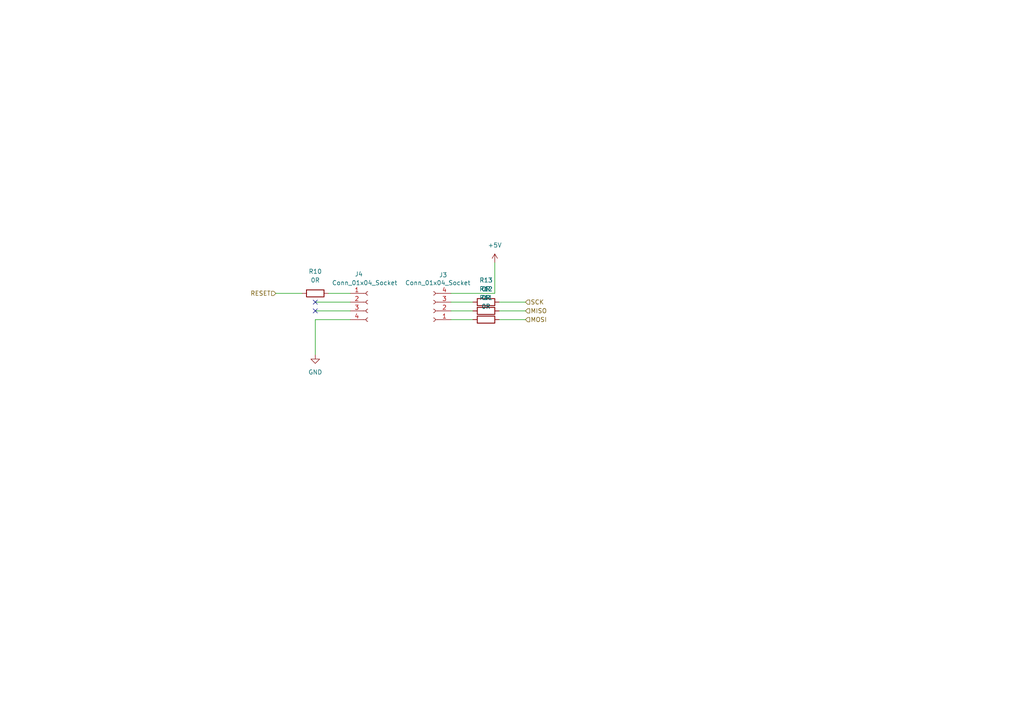
<source format=kicad_sch>
(kicad_sch (version 20231120) (generator "eeschema") (generator_version "8.0")
  (paper "A4")
  (lib_symbols
    (symbol "Connector:Conn_01x04_Socket" (pin_names (offset 1.016) hide)
      (property "Reference" "J" (at 0 5.08 0))
      (property "Value" "Conn_01x04_Socket" (at 0 -7.62 0))
      (symbol "Conn_01x04_Socket_1_1"
        (arc (start 0 -4.572) (mid -0.5058 -5.08) (end 0 -5.588) (stroke (width 0.1524)))
        (arc (start 0 -2.032) (mid -0.5058 -2.54) (end 0 -3.048) (stroke (width 0.1524)))
        (polyline (pts (xy -1.27 -5.08) (xy -0.508 -5.08)) (stroke (width 0.1524)))
        (polyline (pts (xy -1.27 -2.54) (xy -0.508 -2.54)) (stroke (width 0.1524)))
        (polyline (pts (xy -1.27 0) (xy -0.508 0)) (stroke (width 0.1524)))
        (polyline (pts (xy -1.27 2.54) (xy -0.508 2.54)) (stroke (width 0.1524)))
        (arc (start 0 0.508) (mid -0.5058 0) (end 0 -0.508) (stroke (width 0.1524)))
        (arc (start 0 3.048) (mid -0.5058 2.54) (end 0 2.032) (stroke (width 0.1524)))
        (pin passive line (at -5.08 2.54 0) (length 3.81) (name "Pin_1") (number "1"))
        (pin passive line (at -5.08 0 0) (length 3.81) (name "Pin_2") (number "2"))
        (pin passive line (at -5.08 -2.54 0) (length 3.81) (name "Pin_3") (number "3"))
        (pin passive line (at -5.08 -5.08 0) (length 3.81) (name "Pin_4") (number "4"))
      )
    )
    (symbol "Device:R" (pin_numbers hide) (pin_names (offset 0))
      (property "Reference" "R" (at 2.032 0 90))
      (property "Value" "R" (at 0 0 90))
      (symbol "R_0_1"
        (rectangle (start -1.016 -2.54) (end 1.016 2.54) (stroke (width 0.254)))
      )
      (symbol "R_1_1"
        (pin passive line (at 0 3.81 270) (length 1.27) (name "~") (number "1"))
        (pin passive line (at 0 -3.81 90) (length 1.27) (name "~") (number "2"))
      )
    )
    (symbol "power:+5V" (power) (pin_names (offset 0))
      (property "Value" "+5V" (at 0 3.556 0))
      (symbol "+5V_0_1"
        (polyline (pts (xy -0.762 1.27) (xy 0 2.54)))
        (polyline (pts (xy 0 0) (xy 0 2.54)))
        (polyline (pts (xy 0 2.54) (xy 0.762 1.27)))
      )
      (symbol "+5V_1_1"
        (pin power_in line (at 0 0 90) (length 0) hide (name "+5V") (number "1"))
      )
    )
    (symbol "power:GND" (power) (pin_names (offset 0))
      (property "Value" "GND" (at 0 -3.81 0))
      (symbol "GND_0_1"
        (polyline (pts (xy 0 0) (xy 0 -1.27) (xy 1.27 -1.27) (xy 0 -2.54) (xy -1.27 -1.27) (xy 0 -1.27)))
      )
      (symbol "GND_1_1"
        (pin power_in line (at 0 0 270) (length 0) hide (name "GND") (number "1"))
      )
    )
  )
  (no_connect (at 91.44 87.63))
  (no_connect (at 91.44 90.17))
  (wire (pts (xy 144.78 87.63) (xy 152.4 87.63)))
  (wire (pts (xy 80.01 85.09) (xy 87.63 85.09)))
  (wire (pts (xy 144.78 90.17) (xy 152.4 90.17)))
  (wire (pts (xy 144.78 92.71) (xy 152.4 92.71)))
  (wire (pts (xy 130.81 90.17) (xy 137.16 90.17)))
  (wire (pts (xy 130.81 85.09) (xy 143.51 85.09)))
  (wire (pts (xy 130.81 92.71) (xy 137.16 92.71)))
  (wire (pts (xy 91.44 92.71) (xy 101.6 92.71)))
  (wire (pts (xy 91.44 90.17) (xy 101.6 90.17)))
  (wire (pts (xy 95.25 85.09) (xy 101.6 85.09)))
  (wire (pts (xy 91.44 87.63) (xy 101.6 87.63)))
  (wire (pts (xy 91.44 92.71) (xy 91.44 102.87)))
  (wire (pts (xy 130.81 87.63) (xy 137.16 87.63)))
  (wire (pts (xy 143.51 76.2) (xy 143.51 85.09)))
  (hierarchical_label "MOSI" (shape input) (at 152.4 92.71 0))
  (hierarchical_label "SCK" (shape input) (at 152.4 87.63 0))
  (hierarchical_label "RESET" (shape input) (at 80.01 85.09 180))
  (hierarchical_label "MISO" (shape input) (at 152.4 90.17 0))
  (symbol (lib_id "Device:R") (at 140.97 92.71 90) (unit 1)
    (property "Reference" "R11" (at 140.97 86.36 90))
    (property "Value" "0R" (at 140.97 88.9 90))
    (property "Footprint" "Resistor_SMD:R_0603_1608Metric" (effects (hide yes)))
    (property "Description" "Resistor" (effects (hide yes)))
  )
  (symbol (lib_id "power:+5V") (at 143.51 76.2 0) (unit 1)
    (property "Reference" "#PWR022" (effects (hide yes)))
    (property "Value" "+5V" (at 143.51 71.12 0))
    (property "Description" "Power symbol creates a global label with name \"+5V\"" (effects (hide yes)))
  )
  (symbol (lib_id "Device:R") (at 140.97 90.17 90) (unit 1)
    (property "Reference" "R12" (at 140.97 83.82 90))
    (property "Value" "0R" (at 140.97 86.36 90))
    (property "Footprint" "Resistor_SMD:R_0603_1608Metric" (effects (hide yes)))
    (property "Description" "Resistor" (effects (hide yes)))
  )
  (symbol (lib_id "Device:R") (at 91.44 85.09 90) (unit 1)
    (property "Reference" "R10" (at 91.44 78.74 90))
    (property "Value" "0R" (at 91.44 81.28 90))
    (property "Footprint" "Resistor_SMD:R_0603_1608Metric" (effects (hide yes)))
    (property "Description" "Resistor" (effects (hide yes)))
  )
  (symbol (lib_id "Connector:Conn_01x04_Socket") (at 125.73 90.17 180) (unit 1)
    (property "Reference" "J3" (at 128.524 79.756 0))
    (property "Value" "Conn_01x04_Socket" (at 127 82.042 0))
    (property "Footprint" "Connector_PinSocket_2.54mm:PinSocket_1x04_P2.54mm_Vertical" (effects (hide yes)))
    (property "Description" "Generic connector, single row, 01x04, script generated" (effects (hide yes)))
  )
  (symbol (lib_id "power:GND") (at 91.44 102.87 0) (unit 1)
    (property "Reference" "#PWR023" (effects (hide yes)))
    (property "Value" "GND" (at 91.44 107.95 0))
    (property "Description" "Power symbol creates a global label with name \"GND\" , ground" (effects (hide yes)))
  )
  (symbol (lib_id "Connector:Conn_01x04_Socket") (at 106.68 87.63 0) (unit 1)
    (property "Reference" "J4" (at 102.87 79.502 0) (effects (justify left)))
    (property "Value" "Conn_01x04_Socket" (at 96.266 82.042 0) (effects (justify left)))
    (property "Footprint" "Connector_PinSocket_2.54mm:PinSocket_1x04_P2.54mm_Vertical" (effects (hide yes)))
    (property "Description" "Generic connector, single row, 01x04, script generated" (effects (hide yes)))
  )
  (symbol (lib_id "Device:R") (at 140.97 87.63 90) (unit 1)
    (property "Reference" "R13" (at 140.97 81.28 90))
    (property "Value" "0R" (at 140.97 83.82 90))
    (property "Footprint" "Resistor_SMD:R_0603_1608Metric" (effects (hide yes)))
    (property "Description" "Resistor" (effects (hide yes)))
  )
)
</source>
